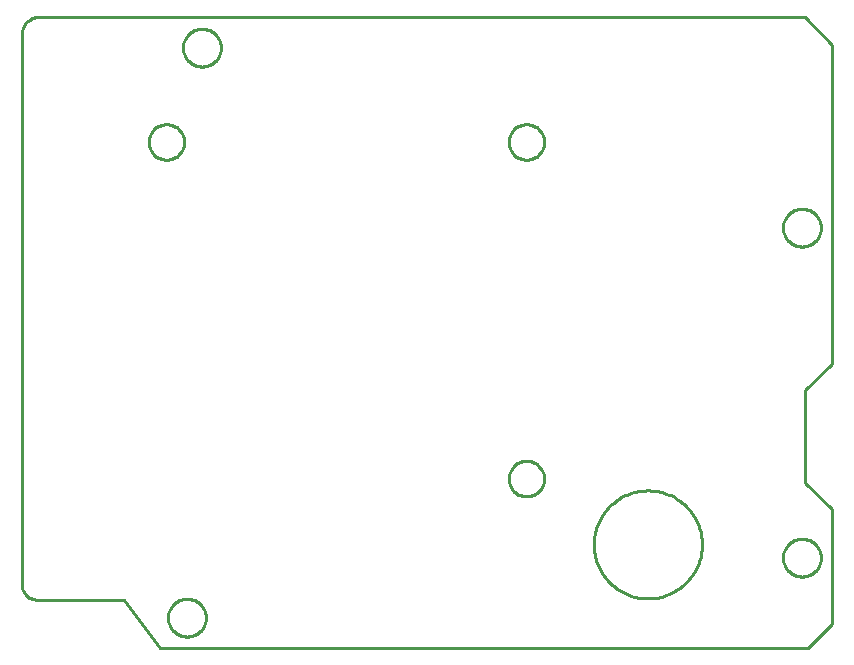
<source format=gbr>
G04 EAGLE Gerber RS-274X export*
G75*
%MOMM*%
%FSLAX34Y34*%
%LPD*%
%IN*%
%IPPOS*%
%AMOC8*
5,1,8,0,0,1.08239X$1,22.5*%
G01*
%ADD10C,0.254000*%


D10*
X0Y53340D02*
X48Y52233D01*
X193Y51135D01*
X433Y50053D01*
X766Y48996D01*
X1190Y47973D01*
X1701Y46990D01*
X2297Y46056D01*
X2971Y45177D01*
X3720Y44360D01*
X4537Y43611D01*
X5416Y42937D01*
X6350Y42341D01*
X7333Y41830D01*
X8356Y41406D01*
X9413Y41073D01*
X10495Y40833D01*
X11593Y40688D01*
X12700Y40640D01*
X86360Y40640D01*
X116840Y0D01*
X665480Y0D01*
X686000Y20000D01*
X686000Y117000D01*
X662940Y139700D01*
X662940Y218440D01*
X686000Y240000D01*
X686000Y510000D01*
X663000Y534000D01*
X15000Y534000D01*
X13736Y533995D01*
X12476Y533879D01*
X11232Y533654D01*
X10012Y533322D01*
X8826Y532884D01*
X7682Y532345D01*
X6590Y531708D01*
X5557Y530978D01*
X4592Y530161D01*
X3702Y529263D01*
X2894Y528291D01*
X2173Y527252D01*
X1545Y526155D01*
X1016Y525006D01*
X588Y523816D01*
X266Y522594D01*
X52Y521348D01*
X-53Y520088D01*
X-47Y518823D01*
X0Y518160D01*
X0Y53340D01*
X155700Y24876D02*
X155632Y23831D01*
X155495Y22792D01*
X155290Y21765D01*
X155019Y20753D01*
X154683Y19761D01*
X154282Y18793D01*
X153818Y17854D01*
X153295Y16946D01*
X152713Y16075D01*
X152075Y15244D01*
X151384Y14457D01*
X150643Y13716D01*
X149856Y13025D01*
X149025Y12388D01*
X148154Y11806D01*
X147246Y11282D01*
X146307Y10818D01*
X145339Y10417D01*
X144347Y10081D01*
X143335Y9810D01*
X142308Y9605D01*
X141269Y9469D01*
X140224Y9400D01*
X139176Y9400D01*
X138131Y9469D01*
X137092Y9605D01*
X136065Y9810D01*
X135053Y10081D01*
X134061Y10417D01*
X133093Y10818D01*
X132154Y11282D01*
X131246Y11806D01*
X130375Y12388D01*
X129544Y13025D01*
X128757Y13716D01*
X128016Y14457D01*
X127325Y15244D01*
X126688Y16075D01*
X126106Y16946D01*
X125582Y17854D01*
X125118Y18793D01*
X124717Y19761D01*
X124381Y20753D01*
X124110Y21765D01*
X123905Y22792D01*
X123769Y23831D01*
X123700Y24876D01*
X123700Y25924D01*
X123769Y26969D01*
X123905Y28008D01*
X124110Y29035D01*
X124381Y30047D01*
X124717Y31039D01*
X125118Y32007D01*
X125582Y32946D01*
X126106Y33854D01*
X126688Y34725D01*
X127325Y35556D01*
X128016Y36343D01*
X128757Y37084D01*
X129544Y37775D01*
X130375Y38413D01*
X131246Y38995D01*
X132154Y39518D01*
X133093Y39982D01*
X134061Y40383D01*
X135053Y40719D01*
X136065Y40990D01*
X137092Y41195D01*
X138131Y41332D01*
X139176Y41400D01*
X140224Y41400D01*
X141269Y41332D01*
X142308Y41195D01*
X143335Y40990D01*
X144347Y40719D01*
X145339Y40383D01*
X146307Y39982D01*
X147246Y39518D01*
X148154Y38995D01*
X149025Y38413D01*
X149856Y37775D01*
X150643Y37084D01*
X151384Y36343D01*
X152075Y35556D01*
X152713Y34725D01*
X153295Y33854D01*
X153818Y32946D01*
X154282Y32007D01*
X154683Y31039D01*
X155019Y30047D01*
X155290Y29035D01*
X155495Y28008D01*
X155632Y26969D01*
X155700Y25924D01*
X155700Y24876D01*
X676400Y75676D02*
X676332Y74631D01*
X676195Y73592D01*
X675990Y72565D01*
X675719Y71553D01*
X675383Y70561D01*
X674982Y69593D01*
X674518Y68654D01*
X673995Y67746D01*
X673413Y66875D01*
X672775Y66044D01*
X672084Y65257D01*
X671343Y64516D01*
X670556Y63825D01*
X669725Y63188D01*
X668854Y62606D01*
X667946Y62082D01*
X667007Y61618D01*
X666039Y61217D01*
X665047Y60881D01*
X664035Y60610D01*
X663008Y60405D01*
X661969Y60269D01*
X660924Y60200D01*
X659876Y60200D01*
X658831Y60269D01*
X657792Y60405D01*
X656765Y60610D01*
X655753Y60881D01*
X654761Y61217D01*
X653793Y61618D01*
X652854Y62082D01*
X651946Y62606D01*
X651075Y63188D01*
X650244Y63825D01*
X649457Y64516D01*
X648716Y65257D01*
X648025Y66044D01*
X647388Y66875D01*
X646806Y67746D01*
X646282Y68654D01*
X645818Y69593D01*
X645417Y70561D01*
X645081Y71553D01*
X644810Y72565D01*
X644605Y73592D01*
X644469Y74631D01*
X644400Y75676D01*
X644400Y76724D01*
X644469Y77769D01*
X644605Y78808D01*
X644810Y79835D01*
X645081Y80847D01*
X645417Y81839D01*
X645818Y82807D01*
X646282Y83746D01*
X646806Y84654D01*
X647388Y85525D01*
X648025Y86356D01*
X648716Y87143D01*
X649457Y87884D01*
X650244Y88575D01*
X651075Y89213D01*
X651946Y89795D01*
X652854Y90318D01*
X653793Y90782D01*
X654761Y91183D01*
X655753Y91519D01*
X656765Y91790D01*
X657792Y91995D01*
X658831Y92132D01*
X659876Y92200D01*
X660924Y92200D01*
X661969Y92132D01*
X663008Y91995D01*
X664035Y91790D01*
X665047Y91519D01*
X666039Y91183D01*
X667007Y90782D01*
X667946Y90318D01*
X668854Y89795D01*
X669725Y89213D01*
X670556Y88575D01*
X671343Y87884D01*
X672084Y87143D01*
X672775Y86356D01*
X673413Y85525D01*
X673995Y84654D01*
X674518Y83746D01*
X674982Y82807D01*
X675383Y81839D01*
X675719Y80847D01*
X675990Y79835D01*
X676195Y78808D01*
X676332Y77769D01*
X676400Y76724D01*
X676400Y75676D01*
X676400Y355076D02*
X676332Y354031D01*
X676195Y352992D01*
X675990Y351965D01*
X675719Y350953D01*
X675383Y349961D01*
X674982Y348993D01*
X674518Y348054D01*
X673995Y347146D01*
X673413Y346275D01*
X672775Y345444D01*
X672084Y344657D01*
X671343Y343916D01*
X670556Y343225D01*
X669725Y342588D01*
X668854Y342006D01*
X667946Y341482D01*
X667007Y341018D01*
X666039Y340617D01*
X665047Y340281D01*
X664035Y340010D01*
X663008Y339805D01*
X661969Y339669D01*
X660924Y339600D01*
X659876Y339600D01*
X658831Y339669D01*
X657792Y339805D01*
X656765Y340010D01*
X655753Y340281D01*
X654761Y340617D01*
X653793Y341018D01*
X652854Y341482D01*
X651946Y342006D01*
X651075Y342588D01*
X650244Y343225D01*
X649457Y343916D01*
X648716Y344657D01*
X648025Y345444D01*
X647388Y346275D01*
X646806Y347146D01*
X646282Y348054D01*
X645818Y348993D01*
X645417Y349961D01*
X645081Y350953D01*
X644810Y351965D01*
X644605Y352992D01*
X644469Y354031D01*
X644400Y355076D01*
X644400Y356124D01*
X644469Y357169D01*
X644605Y358208D01*
X644810Y359235D01*
X645081Y360247D01*
X645417Y361239D01*
X645818Y362207D01*
X646282Y363146D01*
X646806Y364054D01*
X647388Y364925D01*
X648025Y365756D01*
X648716Y366543D01*
X649457Y367284D01*
X650244Y367975D01*
X651075Y368613D01*
X651946Y369195D01*
X652854Y369718D01*
X653793Y370182D01*
X654761Y370583D01*
X655753Y370919D01*
X656765Y371190D01*
X657792Y371395D01*
X658831Y371532D01*
X659876Y371600D01*
X660924Y371600D01*
X661969Y371532D01*
X663008Y371395D01*
X664035Y371190D01*
X665047Y370919D01*
X666039Y370583D01*
X667007Y370182D01*
X667946Y369718D01*
X668854Y369195D01*
X669725Y368613D01*
X670556Y367975D01*
X671343Y367284D01*
X672084Y366543D01*
X672775Y365756D01*
X673413Y364925D01*
X673995Y364054D01*
X674518Y363146D01*
X674982Y362207D01*
X675383Y361239D01*
X675719Y360247D01*
X675990Y359235D01*
X676195Y358208D01*
X676332Y357169D01*
X676400Y356124D01*
X676400Y355076D01*
X168400Y507476D02*
X168332Y506431D01*
X168195Y505392D01*
X167990Y504365D01*
X167719Y503353D01*
X167383Y502361D01*
X166982Y501393D01*
X166518Y500454D01*
X165995Y499546D01*
X165413Y498675D01*
X164775Y497844D01*
X164084Y497057D01*
X163343Y496316D01*
X162556Y495625D01*
X161725Y494988D01*
X160854Y494406D01*
X159946Y493882D01*
X159007Y493418D01*
X158039Y493017D01*
X157047Y492681D01*
X156035Y492410D01*
X155008Y492205D01*
X153969Y492069D01*
X152924Y492000D01*
X151876Y492000D01*
X150831Y492069D01*
X149792Y492205D01*
X148765Y492410D01*
X147753Y492681D01*
X146761Y493017D01*
X145793Y493418D01*
X144854Y493882D01*
X143946Y494406D01*
X143075Y494988D01*
X142244Y495625D01*
X141457Y496316D01*
X140716Y497057D01*
X140025Y497844D01*
X139388Y498675D01*
X138806Y499546D01*
X138282Y500454D01*
X137818Y501393D01*
X137417Y502361D01*
X137081Y503353D01*
X136810Y504365D01*
X136605Y505392D01*
X136469Y506431D01*
X136400Y507476D01*
X136400Y508524D01*
X136469Y509569D01*
X136605Y510608D01*
X136810Y511635D01*
X137081Y512647D01*
X137417Y513639D01*
X137818Y514607D01*
X138282Y515546D01*
X138806Y516454D01*
X139388Y517325D01*
X140025Y518156D01*
X140716Y518943D01*
X141457Y519684D01*
X142244Y520375D01*
X143075Y521013D01*
X143946Y521595D01*
X144854Y522118D01*
X145793Y522582D01*
X146761Y522983D01*
X147753Y523319D01*
X148765Y523590D01*
X149792Y523795D01*
X150831Y523932D01*
X151876Y524000D01*
X152924Y524000D01*
X153969Y523932D01*
X155008Y523795D01*
X156035Y523590D01*
X157047Y523319D01*
X158039Y522983D01*
X159007Y522582D01*
X159946Y522118D01*
X160854Y521595D01*
X161725Y521013D01*
X162556Y520375D01*
X163343Y519684D01*
X164084Y518943D01*
X164775Y518156D01*
X165413Y517325D01*
X165995Y516454D01*
X166518Y515546D01*
X166982Y514607D01*
X167383Y513639D01*
X167719Y512647D01*
X167990Y511635D01*
X168195Y510608D01*
X168332Y509569D01*
X168400Y508524D01*
X168400Y507476D01*
X137340Y427544D02*
X137264Y426476D01*
X137111Y425415D01*
X136883Y424368D01*
X136581Y423340D01*
X136207Y422336D01*
X135762Y421361D01*
X135248Y420421D01*
X134669Y419520D01*
X134027Y418662D01*
X133325Y417852D01*
X132568Y417095D01*
X131758Y416393D01*
X130900Y415751D01*
X129999Y415172D01*
X129059Y414658D01*
X128084Y414213D01*
X127080Y413839D01*
X126052Y413537D01*
X125005Y413309D01*
X123944Y413156D01*
X122876Y413080D01*
X121804Y413080D01*
X120736Y413156D01*
X119675Y413309D01*
X118628Y413537D01*
X117600Y413839D01*
X116596Y414213D01*
X115621Y414658D01*
X114681Y415172D01*
X113780Y415751D01*
X112922Y416393D01*
X112112Y417095D01*
X111355Y417852D01*
X110653Y418662D01*
X110011Y419520D01*
X109432Y420421D01*
X108918Y421361D01*
X108473Y422336D01*
X108099Y423340D01*
X107797Y424368D01*
X107569Y425415D01*
X107416Y426476D01*
X107340Y427544D01*
X107340Y428616D01*
X107416Y429684D01*
X107569Y430745D01*
X107797Y431792D01*
X108099Y432820D01*
X108473Y433824D01*
X108918Y434799D01*
X109432Y435739D01*
X110011Y436640D01*
X110653Y437498D01*
X111355Y438308D01*
X112112Y439065D01*
X112922Y439767D01*
X113780Y440409D01*
X114681Y440988D01*
X115621Y441502D01*
X116596Y441947D01*
X117600Y442321D01*
X118628Y442623D01*
X119675Y442851D01*
X120736Y443004D01*
X121804Y443080D01*
X122876Y443080D01*
X123944Y443004D01*
X125005Y442851D01*
X126052Y442623D01*
X127080Y442321D01*
X128084Y441947D01*
X129059Y441502D01*
X129999Y440988D01*
X130900Y440409D01*
X131758Y439767D01*
X132568Y439065D01*
X133325Y438308D01*
X134027Y437498D01*
X134669Y436640D01*
X135248Y435739D01*
X135762Y434799D01*
X136207Y433824D01*
X136581Y432820D01*
X136883Y431792D01*
X137111Y430745D01*
X137264Y429684D01*
X137340Y428616D01*
X137340Y427544D01*
X442140Y427544D02*
X442064Y426476D01*
X441911Y425415D01*
X441683Y424368D01*
X441381Y423340D01*
X441007Y422336D01*
X440562Y421361D01*
X440048Y420421D01*
X439469Y419520D01*
X438827Y418662D01*
X438125Y417852D01*
X437368Y417095D01*
X436558Y416393D01*
X435700Y415751D01*
X434799Y415172D01*
X433859Y414658D01*
X432884Y414213D01*
X431880Y413839D01*
X430852Y413537D01*
X429805Y413309D01*
X428744Y413156D01*
X427676Y413080D01*
X426604Y413080D01*
X425536Y413156D01*
X424475Y413309D01*
X423428Y413537D01*
X422400Y413839D01*
X421396Y414213D01*
X420421Y414658D01*
X419481Y415172D01*
X418580Y415751D01*
X417722Y416393D01*
X416912Y417095D01*
X416155Y417852D01*
X415453Y418662D01*
X414811Y419520D01*
X414232Y420421D01*
X413718Y421361D01*
X413273Y422336D01*
X412899Y423340D01*
X412597Y424368D01*
X412369Y425415D01*
X412216Y426476D01*
X412140Y427544D01*
X412140Y428616D01*
X412216Y429684D01*
X412369Y430745D01*
X412597Y431792D01*
X412899Y432820D01*
X413273Y433824D01*
X413718Y434799D01*
X414232Y435739D01*
X414811Y436640D01*
X415453Y437498D01*
X416155Y438308D01*
X416912Y439065D01*
X417722Y439767D01*
X418580Y440409D01*
X419481Y440988D01*
X420421Y441502D01*
X421396Y441947D01*
X422400Y442321D01*
X423428Y442623D01*
X424475Y442851D01*
X425536Y443004D01*
X426604Y443080D01*
X427676Y443080D01*
X428744Y443004D01*
X429805Y442851D01*
X430852Y442623D01*
X431880Y442321D01*
X432884Y441947D01*
X433859Y441502D01*
X434799Y440988D01*
X435700Y440409D01*
X436558Y439767D01*
X437368Y439065D01*
X438125Y438308D01*
X438827Y437498D01*
X439469Y436640D01*
X440048Y435739D01*
X440562Y434799D01*
X441007Y433824D01*
X441381Y432820D01*
X441683Y431792D01*
X441911Y430745D01*
X442064Y429684D01*
X442140Y428616D01*
X442140Y427544D01*
X442140Y142544D02*
X442064Y141476D01*
X441911Y140415D01*
X441683Y139368D01*
X441381Y138340D01*
X441007Y137336D01*
X440562Y136361D01*
X440048Y135421D01*
X439469Y134520D01*
X438827Y133662D01*
X438125Y132852D01*
X437368Y132095D01*
X436558Y131393D01*
X435700Y130751D01*
X434799Y130172D01*
X433859Y129658D01*
X432884Y129213D01*
X431880Y128839D01*
X430852Y128537D01*
X429805Y128309D01*
X428744Y128156D01*
X427676Y128080D01*
X426604Y128080D01*
X425536Y128156D01*
X424475Y128309D01*
X423428Y128537D01*
X422400Y128839D01*
X421396Y129213D01*
X420421Y129658D01*
X419481Y130172D01*
X418580Y130751D01*
X417722Y131393D01*
X416912Y132095D01*
X416155Y132852D01*
X415453Y133662D01*
X414811Y134520D01*
X414232Y135421D01*
X413718Y136361D01*
X413273Y137336D01*
X412899Y138340D01*
X412597Y139368D01*
X412369Y140415D01*
X412216Y141476D01*
X412140Y142544D01*
X412140Y143616D01*
X412216Y144684D01*
X412369Y145745D01*
X412597Y146792D01*
X412899Y147820D01*
X413273Y148824D01*
X413718Y149799D01*
X414232Y150739D01*
X414811Y151640D01*
X415453Y152498D01*
X416155Y153308D01*
X416912Y154065D01*
X417722Y154767D01*
X418580Y155409D01*
X419481Y155988D01*
X420421Y156502D01*
X421396Y156947D01*
X422400Y157321D01*
X423428Y157623D01*
X424475Y157851D01*
X425536Y158004D01*
X426604Y158080D01*
X427676Y158080D01*
X428744Y158004D01*
X429805Y157851D01*
X430852Y157623D01*
X431880Y157321D01*
X432884Y156947D01*
X433859Y156502D01*
X434799Y155988D01*
X435700Y155409D01*
X436558Y154767D01*
X437368Y154065D01*
X438125Y153308D01*
X438827Y152498D01*
X439469Y151640D01*
X440048Y150739D01*
X440562Y149799D01*
X441007Y148824D01*
X441381Y147820D01*
X441683Y146792D01*
X441911Y145745D01*
X442064Y144684D01*
X442140Y143616D01*
X442140Y142544D01*
X530945Y133100D02*
X532834Y133022D01*
X534717Y132866D01*
X536593Y132632D01*
X538457Y132321D01*
X540307Y131933D01*
X542140Y131469D01*
X543951Y130930D01*
X545739Y130316D01*
X547500Y129629D01*
X549231Y128870D01*
X550929Y128039D01*
X552592Y127140D01*
X554215Y126172D01*
X555798Y125138D01*
X557336Y124040D01*
X558828Y122879D01*
X560270Y121657D01*
X561661Y120377D01*
X562997Y119041D01*
X564277Y117650D01*
X565499Y116208D01*
X566660Y114716D01*
X567758Y113178D01*
X568792Y111595D01*
X569760Y109972D01*
X570659Y108309D01*
X571490Y106611D01*
X572249Y104880D01*
X572936Y103119D01*
X573550Y101331D01*
X574089Y99520D01*
X574553Y97687D01*
X574941Y95837D01*
X575252Y93973D01*
X575486Y92097D01*
X575642Y90214D01*
X575720Y88325D01*
X575720Y86435D01*
X575642Y84546D01*
X575486Y82663D01*
X575252Y80787D01*
X574941Y78923D01*
X574553Y77073D01*
X574089Y75240D01*
X573550Y73429D01*
X572936Y71641D01*
X572249Y69880D01*
X571490Y68149D01*
X570659Y66451D01*
X569760Y64789D01*
X568792Y63165D01*
X567758Y61582D01*
X566660Y60044D01*
X565499Y58552D01*
X564277Y57110D01*
X562997Y55719D01*
X561661Y54383D01*
X560270Y53103D01*
X558828Y51881D01*
X557336Y50720D01*
X555798Y49622D01*
X554215Y48588D01*
X552592Y47620D01*
X550929Y46721D01*
X549231Y45890D01*
X547500Y45131D01*
X545739Y44444D01*
X543951Y43830D01*
X542140Y43291D01*
X540307Y42827D01*
X538457Y42439D01*
X536593Y42128D01*
X534717Y41894D01*
X532834Y41738D01*
X530945Y41660D01*
X529055Y41660D01*
X527166Y41738D01*
X525283Y41894D01*
X523407Y42128D01*
X521543Y42439D01*
X519693Y42827D01*
X517860Y43291D01*
X516049Y43830D01*
X514261Y44444D01*
X512500Y45131D01*
X510769Y45890D01*
X509071Y46721D01*
X507409Y47620D01*
X505785Y48588D01*
X504202Y49622D01*
X502664Y50720D01*
X501172Y51881D01*
X499730Y53103D01*
X498339Y54383D01*
X497003Y55719D01*
X495723Y57110D01*
X494501Y58552D01*
X493340Y60044D01*
X492242Y61582D01*
X491208Y63165D01*
X490240Y64789D01*
X489341Y66451D01*
X488510Y68149D01*
X487751Y69880D01*
X487064Y71641D01*
X486450Y73429D01*
X485911Y75240D01*
X485447Y77073D01*
X485059Y78923D01*
X484748Y80787D01*
X484514Y82663D01*
X484358Y84546D01*
X484280Y86435D01*
X484280Y88325D01*
X484358Y90214D01*
X484514Y92097D01*
X484748Y93973D01*
X485059Y95837D01*
X485447Y97687D01*
X485911Y99520D01*
X486450Y101331D01*
X487064Y103119D01*
X487751Y104880D01*
X488510Y106611D01*
X489341Y108309D01*
X490240Y109972D01*
X491208Y111595D01*
X492242Y113178D01*
X493340Y114716D01*
X494501Y116208D01*
X495723Y117650D01*
X497003Y119041D01*
X498339Y120377D01*
X499730Y121657D01*
X501172Y122879D01*
X502664Y124040D01*
X504202Y125138D01*
X505785Y126172D01*
X507409Y127140D01*
X509071Y128039D01*
X510769Y128870D01*
X512500Y129629D01*
X514261Y130316D01*
X516049Y130930D01*
X517860Y131469D01*
X519693Y131933D01*
X521543Y132321D01*
X523407Y132632D01*
X525283Y132866D01*
X527166Y133022D01*
X529055Y133100D01*
X530945Y133100D01*
M02*

</source>
